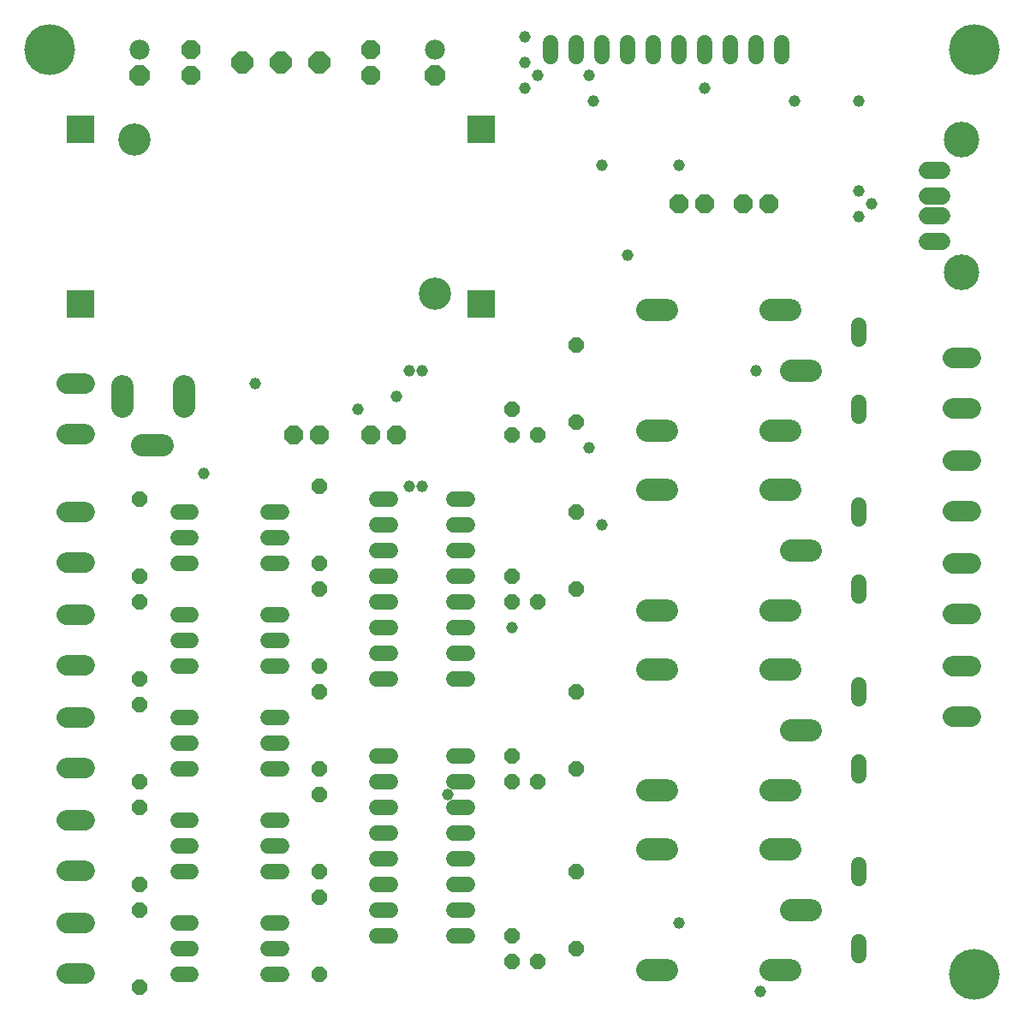
<source format=gbr>
G04 EAGLE Gerber X2 export*
%TF.Part,Single*%
%TF.FileFunction,Soldermask,Bot,1*%
%TF.FilePolarity,Negative*%
%TF.GenerationSoftware,Autodesk,EAGLE,8.6.3*%
%TF.CreationDate,2019-03-08T18:09:36Z*%
G75*
%MOMM*%
%FSLAX34Y34*%
%LPD*%
%AMOC8*
5,1,8,0,0,1.08239X$1,22.5*%
G01*
%ADD10P,2.309387X8X22.500000*%
%ADD11P,2.144431X8X292.500000*%
%ADD12C,1.981200*%
%ADD13P,1.951982X8X292.500000*%
%ADD14P,1.951982X8X22.500000*%
%ADD15C,1.524000*%
%ADD16C,1.993900*%
%ADD17C,2.203200*%
%ADD18C,2.184400*%
%ADD19P,1.649562X8X292.500000*%
%ADD20R,2.703200X2.703200*%
%ADD21C,3.203200*%
%ADD22C,1.661200*%
%ADD23C,3.519200*%
%ADD24C,1.159600*%
%ADD25C,5.029200*%


D10*
X274320Y939800D03*
X312420Y939800D03*
D11*
X426720Y927100D03*
D12*
X426720Y952500D03*
D13*
X363220Y952500D03*
X363220Y927100D03*
D11*
X134620Y927100D03*
D12*
X134620Y952500D03*
D13*
X185420Y952500D03*
X185420Y927100D03*
D14*
X668020Y800100D03*
X693420Y800100D03*
X731520Y800100D03*
X756920Y800100D03*
X287020Y571500D03*
X312420Y571500D03*
X363220Y571500D03*
X388620Y571500D03*
D15*
X845820Y70104D02*
X845820Y56896D01*
X845820Y133096D02*
X845820Y146304D01*
X845820Y234696D02*
X845820Y247904D01*
X845820Y310896D02*
X845820Y324104D01*
X845820Y412496D02*
X845820Y425704D01*
X845820Y488696D02*
X845820Y501904D01*
X845820Y590296D02*
X845820Y603504D01*
X845820Y666496D02*
X845820Y679704D01*
D10*
X236220Y939800D03*
D15*
X369316Y508000D02*
X382524Y508000D01*
X382524Y482600D02*
X369316Y482600D01*
X369316Y355600D02*
X382524Y355600D01*
X382524Y330200D02*
X369316Y330200D01*
X369316Y457200D02*
X382524Y457200D01*
X382524Y431800D02*
X369316Y431800D01*
X369316Y381000D02*
X382524Y381000D01*
X382524Y406400D02*
X369316Y406400D01*
X445516Y330200D02*
X458724Y330200D01*
X458724Y355600D02*
X445516Y355600D01*
X445516Y381000D02*
X458724Y381000D01*
X458724Y406400D02*
X445516Y406400D01*
X445516Y431800D02*
X458724Y431800D01*
X458724Y457200D02*
X445516Y457200D01*
X445516Y482600D02*
X458724Y482600D01*
X458724Y508000D02*
X445516Y508000D01*
X382524Y254000D02*
X369316Y254000D01*
X369316Y228600D02*
X382524Y228600D01*
X382524Y101600D02*
X369316Y101600D01*
X369316Y76200D02*
X382524Y76200D01*
X382524Y203200D02*
X369316Y203200D01*
X369316Y177800D02*
X382524Y177800D01*
X382524Y127000D02*
X369316Y127000D01*
X369316Y152400D02*
X382524Y152400D01*
X445516Y76200D02*
X458724Y76200D01*
X458724Y101600D02*
X445516Y101600D01*
X445516Y127000D02*
X458724Y127000D01*
X458724Y152400D02*
X445516Y152400D01*
X445516Y177800D02*
X458724Y177800D01*
X458724Y203200D02*
X445516Y203200D01*
X445516Y228600D02*
X458724Y228600D01*
X458724Y254000D02*
X445516Y254000D01*
D16*
X80074Y38500D02*
X62167Y38500D01*
X62167Y88500D02*
X80074Y88500D01*
X80074Y140100D02*
X62167Y140100D01*
X62167Y190100D02*
X80074Y190100D01*
X80074Y241700D02*
X62167Y241700D01*
X62167Y291700D02*
X80074Y291700D01*
X80074Y343300D02*
X62167Y343300D01*
X62167Y393300D02*
X80074Y393300D01*
X80074Y444900D02*
X62167Y444900D01*
X62167Y494900D02*
X80074Y494900D01*
D17*
X178320Y599600D02*
X178320Y619600D01*
X117320Y619600D02*
X117320Y599600D01*
X137320Y561600D02*
X157320Y561600D01*
D18*
X778764Y101600D02*
X798576Y101600D01*
X778256Y161290D02*
X758444Y161290D01*
X758444Y41910D02*
X778256Y41910D01*
X656336Y41910D02*
X636524Y41910D01*
X636524Y161290D02*
X656336Y161290D01*
X778764Y279400D02*
X798576Y279400D01*
X778256Y339090D02*
X758444Y339090D01*
X758444Y219710D02*
X778256Y219710D01*
X656336Y219710D02*
X636524Y219710D01*
X636524Y339090D02*
X656336Y339090D01*
X778764Y457200D02*
X798576Y457200D01*
X778256Y516890D02*
X758444Y516890D01*
X758444Y397510D02*
X778256Y397510D01*
X656336Y397510D02*
X636524Y397510D01*
X636524Y516890D02*
X656336Y516890D01*
X778764Y635000D02*
X798576Y635000D01*
X778256Y694690D02*
X758444Y694690D01*
X758444Y575310D02*
X778256Y575310D01*
X656336Y575310D02*
X636524Y575310D01*
X636524Y694690D02*
X656336Y694690D01*
D15*
X185420Y190500D02*
X172212Y190500D01*
X172212Y165100D02*
X185420Y165100D01*
X261620Y165100D02*
X274828Y165100D01*
X274828Y190500D02*
X261620Y190500D01*
X185420Y139700D02*
X172212Y139700D01*
X261620Y139700D02*
X274828Y139700D01*
X185420Y292100D02*
X172212Y292100D01*
X172212Y266700D02*
X185420Y266700D01*
X261620Y266700D02*
X274828Y266700D01*
X274828Y292100D02*
X261620Y292100D01*
X185420Y241300D02*
X172212Y241300D01*
X261620Y241300D02*
X274828Y241300D01*
X185420Y393700D02*
X172212Y393700D01*
X172212Y368300D02*
X185420Y368300D01*
X261620Y368300D02*
X274828Y368300D01*
X274828Y393700D02*
X261620Y393700D01*
X185420Y342900D02*
X172212Y342900D01*
X261620Y342900D02*
X274828Y342900D01*
X185420Y88900D02*
X172212Y88900D01*
X172212Y63500D02*
X185420Y63500D01*
X261620Y63500D02*
X274828Y63500D01*
X274828Y88900D02*
X261620Y88900D01*
X185420Y38100D02*
X172212Y38100D01*
X261620Y38100D02*
X274828Y38100D01*
X185420Y495300D02*
X172212Y495300D01*
X172212Y469900D02*
X185420Y469900D01*
X261620Y469900D02*
X274828Y469900D01*
X274828Y495300D02*
X261620Y495300D01*
X185420Y444500D02*
X172212Y444500D01*
X261620Y444500D02*
X274828Y444500D01*
D16*
X80074Y571900D02*
X62167Y571900D01*
X62167Y621900D02*
X80074Y621900D01*
D19*
X566420Y660400D03*
X566420Y584200D03*
X566420Y317500D03*
X566420Y241300D03*
X566420Y495300D03*
X566420Y419100D03*
X134620Y101600D03*
X134620Y25400D03*
X312420Y114300D03*
X312420Y38100D03*
X312420Y419100D03*
X312420Y342900D03*
X134620Y508000D03*
X134620Y431800D03*
X312420Y520700D03*
X312420Y444500D03*
X566420Y139700D03*
X566420Y63500D03*
X134620Y203200D03*
X134620Y127000D03*
X312420Y215900D03*
X312420Y139700D03*
X134620Y304800D03*
X134620Y228600D03*
X312420Y317500D03*
X312420Y241300D03*
X134620Y406400D03*
X134620Y330200D03*
D16*
X938467Y292500D02*
X956374Y292500D01*
X956374Y342500D02*
X938467Y342500D01*
X938467Y495700D02*
X956374Y495700D01*
X956374Y545700D02*
X938467Y545700D01*
X938467Y597300D02*
X956374Y597300D01*
X956374Y647300D02*
X938467Y647300D01*
X938467Y394100D02*
X956374Y394100D01*
X956374Y444100D02*
X938467Y444100D01*
D15*
X769620Y945896D02*
X769620Y959104D01*
X744220Y959104D02*
X744220Y945896D01*
X718820Y945896D02*
X718820Y959104D01*
X693420Y959104D02*
X693420Y945896D01*
X668020Y945896D02*
X668020Y959104D01*
X642620Y959104D02*
X642620Y945896D01*
X617220Y945896D02*
X617220Y959104D01*
X591820Y959104D02*
X591820Y945896D01*
X566420Y945896D02*
X566420Y959104D01*
X541020Y959104D02*
X541020Y945896D01*
D19*
X502920Y76200D03*
X502920Y50800D03*
X528320Y50800D03*
X502920Y254000D03*
X502920Y228600D03*
X528320Y228600D03*
X502920Y431800D03*
X502920Y406400D03*
X528320Y406400D03*
X502920Y596900D03*
X502920Y571500D03*
X528320Y571500D03*
D20*
X76200Y873760D03*
X76200Y701040D03*
X472440Y701040D03*
X472440Y873760D03*
D21*
X129540Y863600D03*
X426720Y711200D03*
D22*
X913030Y787900D02*
X927610Y787900D01*
X927610Y807900D02*
X913030Y807900D01*
X913030Y762900D02*
X927610Y762900D01*
X927610Y832900D02*
X913030Y832900D01*
D23*
X947420Y732200D03*
X947420Y863600D03*
D24*
X748665Y20955D03*
X198120Y533400D03*
X617220Y749300D03*
X591820Y838200D03*
X528320Y927100D03*
X579120Y558800D03*
X744220Y635000D03*
X439420Y215900D03*
X591820Y482600D03*
X668020Y838200D03*
X845820Y787400D03*
X350520Y596900D03*
X515620Y914400D03*
X515620Y939800D03*
X515620Y965200D03*
X502920Y381000D03*
X248920Y622300D03*
X668020Y88900D03*
X858520Y800100D03*
X845820Y901700D03*
X782320Y901700D03*
X401320Y520700D03*
X401320Y635000D03*
X579120Y927100D03*
X414020Y520700D03*
X414020Y635000D03*
X582974Y901248D03*
X693420Y914400D03*
X388620Y609600D03*
X845820Y812800D03*
D25*
X960120Y952500D03*
X960120Y38100D03*
X45720Y952500D03*
M02*

</source>
